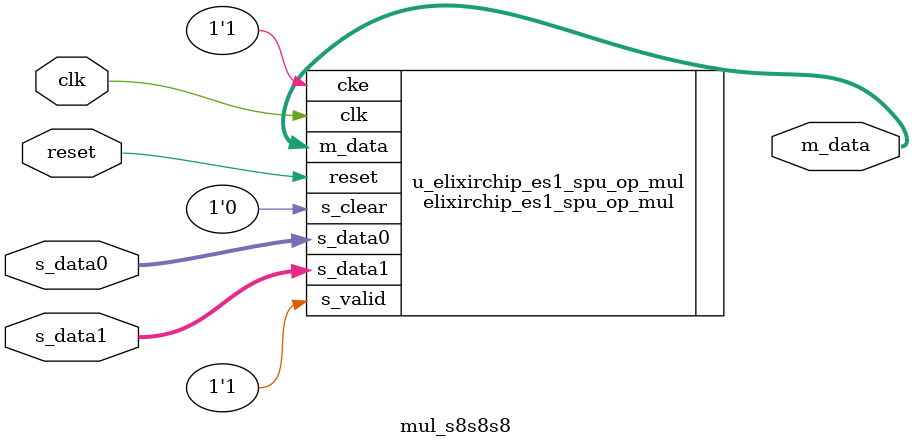
<source format=sv>

`timescale 1ns / 1ps
`default_nettype none


module mul_s8s8s8
        (
            input   var logic                   reset   ,   // 同期リセット(制論理)
            input   var logic                   clk     ,   // クロック
//          input   var logic                   cke     ,   // クロックイネーブル

            input   var logic   signed  [7:0]  s_data0 ,   // 入力データ0
            input   var logic   signed  [7:0]  s_data1 ,   // 入力データ1

            output  var logic   signed  [7:0]  m_data      // 出力データ
        );


    elixirchip_es1_spu_op_mul
            #(
                .LATENCY            (3                  ),
                .S_DATA0_BITS       (8                  ),
                .S_DATA1_BITS       (8                  ),
                .M_DATA_BITS        (8                  ),
                .DATA_SHIFT         (0                  ),
                .CLEAR_DATA         ('x                 ),
                .IMMEDIATE_DATA0    (1'b0               ),
                .IMMEDIATE_DATA1    (1'b0               ),
                .DEVICE             ("ULTRASCALE_PLUS"  ),
                .SIMULATION         (1'b0               ),
                .DEBUG              (1'b0               )
            )
        u_elixirchip_es1_spu_op_mul
            (
                .reset              ,
                .clk                ,
                .cke                (1'b1               ), 

                .s_data0            ,
                .s_data1            ,
                .s_clear            (1'b0               ),
                .s_valid            (1'b1               ),
                
                .m_data             
            );

endmodule


`default_nettype wire


</source>
